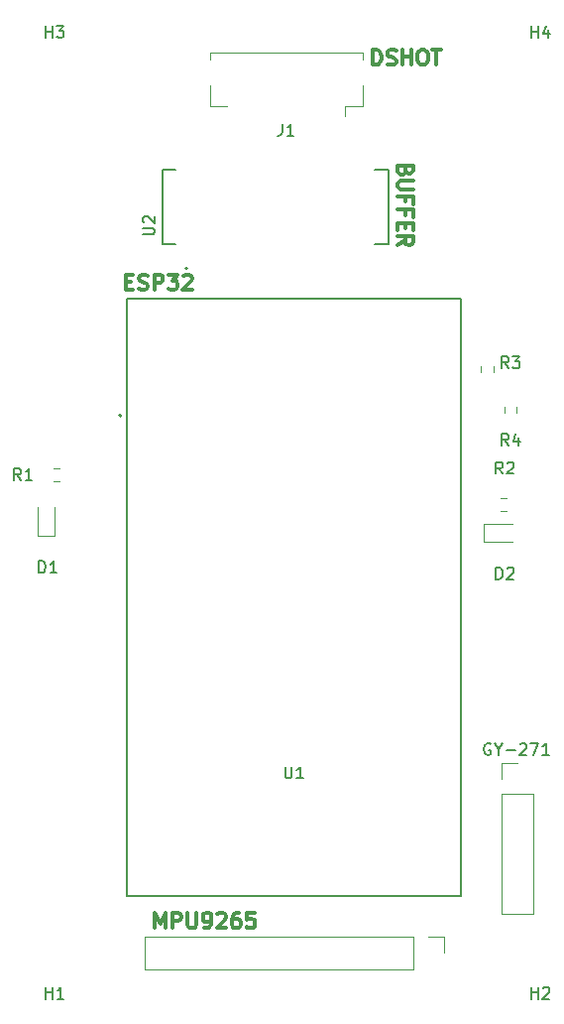
<source format=gto>
%TF.GenerationSoftware,KiCad,Pcbnew,9.0.5*%
%TF.CreationDate,2026-02-25T00:45:25+01:00*%
%TF.ProjectId,DronePCB,44726f6e-6550-4434-922e-6b696361645f,rev?*%
%TF.SameCoordinates,Original*%
%TF.FileFunction,Legend,Top*%
%TF.FilePolarity,Positive*%
%FSLAX46Y46*%
G04 Gerber Fmt 4.6, Leading zero omitted, Abs format (unit mm)*
G04 Created by KiCad (PCBNEW 9.0.5) date 2026-02-25 00:45:25*
%MOMM*%
%LPD*%
G01*
G04 APERTURE LIST*
%ADD10C,0.300000*%
%ADD11C,0.150000*%
%ADD12C,0.120000*%
%ADD13C,0.200000*%
%ADD14C,0.127000*%
G04 APERTURE END LIST*
D10*
X30606891Y-94775304D02*
X30606891Y-93475304D01*
X30606891Y-93475304D02*
X31040225Y-94403876D01*
X31040225Y-94403876D02*
X31473558Y-93475304D01*
X31473558Y-93475304D02*
X31473558Y-94775304D01*
X32092605Y-94775304D02*
X32092605Y-93475304D01*
X32092605Y-93475304D02*
X32587843Y-93475304D01*
X32587843Y-93475304D02*
X32711653Y-93537209D01*
X32711653Y-93537209D02*
X32773558Y-93599114D01*
X32773558Y-93599114D02*
X32835462Y-93722923D01*
X32835462Y-93722923D02*
X32835462Y-93908638D01*
X32835462Y-93908638D02*
X32773558Y-94032447D01*
X32773558Y-94032447D02*
X32711653Y-94094352D01*
X32711653Y-94094352D02*
X32587843Y-94156257D01*
X32587843Y-94156257D02*
X32092605Y-94156257D01*
X33392605Y-93475304D02*
X33392605Y-94527685D01*
X33392605Y-94527685D02*
X33454510Y-94651495D01*
X33454510Y-94651495D02*
X33516415Y-94713400D01*
X33516415Y-94713400D02*
X33640224Y-94775304D01*
X33640224Y-94775304D02*
X33887843Y-94775304D01*
X33887843Y-94775304D02*
X34011653Y-94713400D01*
X34011653Y-94713400D02*
X34073558Y-94651495D01*
X34073558Y-94651495D02*
X34135462Y-94527685D01*
X34135462Y-94527685D02*
X34135462Y-93475304D01*
X34816415Y-94775304D02*
X35064034Y-94775304D01*
X35064034Y-94775304D02*
X35187844Y-94713400D01*
X35187844Y-94713400D02*
X35249748Y-94651495D01*
X35249748Y-94651495D02*
X35373558Y-94465780D01*
X35373558Y-94465780D02*
X35435463Y-94218161D01*
X35435463Y-94218161D02*
X35435463Y-93722923D01*
X35435463Y-93722923D02*
X35373558Y-93599114D01*
X35373558Y-93599114D02*
X35311653Y-93537209D01*
X35311653Y-93537209D02*
X35187844Y-93475304D01*
X35187844Y-93475304D02*
X34940225Y-93475304D01*
X34940225Y-93475304D02*
X34816415Y-93537209D01*
X34816415Y-93537209D02*
X34754510Y-93599114D01*
X34754510Y-93599114D02*
X34692606Y-93722923D01*
X34692606Y-93722923D02*
X34692606Y-94032447D01*
X34692606Y-94032447D02*
X34754510Y-94156257D01*
X34754510Y-94156257D02*
X34816415Y-94218161D01*
X34816415Y-94218161D02*
X34940225Y-94280066D01*
X34940225Y-94280066D02*
X35187844Y-94280066D01*
X35187844Y-94280066D02*
X35311653Y-94218161D01*
X35311653Y-94218161D02*
X35373558Y-94156257D01*
X35373558Y-94156257D02*
X35435463Y-94032447D01*
X35930701Y-93599114D02*
X35992605Y-93537209D01*
X35992605Y-93537209D02*
X36116415Y-93475304D01*
X36116415Y-93475304D02*
X36425939Y-93475304D01*
X36425939Y-93475304D02*
X36549748Y-93537209D01*
X36549748Y-93537209D02*
X36611653Y-93599114D01*
X36611653Y-93599114D02*
X36673558Y-93722923D01*
X36673558Y-93722923D02*
X36673558Y-93846733D01*
X36673558Y-93846733D02*
X36611653Y-94032447D01*
X36611653Y-94032447D02*
X35868796Y-94775304D01*
X35868796Y-94775304D02*
X36673558Y-94775304D01*
X37787843Y-93475304D02*
X37540224Y-93475304D01*
X37540224Y-93475304D02*
X37416415Y-93537209D01*
X37416415Y-93537209D02*
X37354510Y-93599114D01*
X37354510Y-93599114D02*
X37230700Y-93784828D01*
X37230700Y-93784828D02*
X37168796Y-94032447D01*
X37168796Y-94032447D02*
X37168796Y-94527685D01*
X37168796Y-94527685D02*
X37230700Y-94651495D01*
X37230700Y-94651495D02*
X37292605Y-94713400D01*
X37292605Y-94713400D02*
X37416415Y-94775304D01*
X37416415Y-94775304D02*
X37664034Y-94775304D01*
X37664034Y-94775304D02*
X37787843Y-94713400D01*
X37787843Y-94713400D02*
X37849748Y-94651495D01*
X37849748Y-94651495D02*
X37911653Y-94527685D01*
X37911653Y-94527685D02*
X37911653Y-94218161D01*
X37911653Y-94218161D02*
X37849748Y-94094352D01*
X37849748Y-94094352D02*
X37787843Y-94032447D01*
X37787843Y-94032447D02*
X37664034Y-93970542D01*
X37664034Y-93970542D02*
X37416415Y-93970542D01*
X37416415Y-93970542D02*
X37292605Y-94032447D01*
X37292605Y-94032447D02*
X37230700Y-94094352D01*
X37230700Y-94094352D02*
X37168796Y-94218161D01*
X39087843Y-93475304D02*
X38468795Y-93475304D01*
X38468795Y-93475304D02*
X38406891Y-94094352D01*
X38406891Y-94094352D02*
X38468795Y-94032447D01*
X38468795Y-94032447D02*
X38592605Y-93970542D01*
X38592605Y-93970542D02*
X38902129Y-93970542D01*
X38902129Y-93970542D02*
X39025938Y-94032447D01*
X39025938Y-94032447D02*
X39087843Y-94094352D01*
X39087843Y-94094352D02*
X39149748Y-94218161D01*
X39149748Y-94218161D02*
X39149748Y-94527685D01*
X39149748Y-94527685D02*
X39087843Y-94651495D01*
X39087843Y-94651495D02*
X39025938Y-94713400D01*
X39025938Y-94713400D02*
X38902129Y-94775304D01*
X38902129Y-94775304D02*
X38592605Y-94775304D01*
X38592605Y-94775304D02*
X38468795Y-94713400D01*
X38468795Y-94713400D02*
X38406891Y-94651495D01*
X52028147Y-30140225D02*
X51966242Y-30325939D01*
X51966242Y-30325939D02*
X51904338Y-30387844D01*
X51904338Y-30387844D02*
X51780528Y-30449748D01*
X51780528Y-30449748D02*
X51594814Y-30449748D01*
X51594814Y-30449748D02*
X51471004Y-30387844D01*
X51471004Y-30387844D02*
X51409100Y-30325939D01*
X51409100Y-30325939D02*
X51347195Y-30202129D01*
X51347195Y-30202129D02*
X51347195Y-29706891D01*
X51347195Y-29706891D02*
X52647195Y-29706891D01*
X52647195Y-29706891D02*
X52647195Y-30140225D01*
X52647195Y-30140225D02*
X52585290Y-30264034D01*
X52585290Y-30264034D02*
X52523385Y-30325939D01*
X52523385Y-30325939D02*
X52399576Y-30387844D01*
X52399576Y-30387844D02*
X52275766Y-30387844D01*
X52275766Y-30387844D02*
X52151957Y-30325939D01*
X52151957Y-30325939D02*
X52090052Y-30264034D01*
X52090052Y-30264034D02*
X52028147Y-30140225D01*
X52028147Y-30140225D02*
X52028147Y-29706891D01*
X52647195Y-31006891D02*
X51594814Y-31006891D01*
X51594814Y-31006891D02*
X51471004Y-31068796D01*
X51471004Y-31068796D02*
X51409100Y-31130701D01*
X51409100Y-31130701D02*
X51347195Y-31254510D01*
X51347195Y-31254510D02*
X51347195Y-31502129D01*
X51347195Y-31502129D02*
X51409100Y-31625939D01*
X51409100Y-31625939D02*
X51471004Y-31687844D01*
X51471004Y-31687844D02*
X51594814Y-31749748D01*
X51594814Y-31749748D02*
X52647195Y-31749748D01*
X52028147Y-32802130D02*
X52028147Y-32368796D01*
X51347195Y-32368796D02*
X52647195Y-32368796D01*
X52647195Y-32368796D02*
X52647195Y-32987844D01*
X52028147Y-33916416D02*
X52028147Y-33483082D01*
X51347195Y-33483082D02*
X52647195Y-33483082D01*
X52647195Y-33483082D02*
X52647195Y-34102130D01*
X52028147Y-34597368D02*
X52028147Y-35030702D01*
X51347195Y-35216416D02*
X51347195Y-34597368D01*
X51347195Y-34597368D02*
X52647195Y-34597368D01*
X52647195Y-34597368D02*
X52647195Y-35216416D01*
X51347195Y-36516415D02*
X51966242Y-36083082D01*
X51347195Y-35773558D02*
X52647195Y-35773558D01*
X52647195Y-35773558D02*
X52647195Y-36268796D01*
X52647195Y-36268796D02*
X52585290Y-36392606D01*
X52585290Y-36392606D02*
X52523385Y-36454511D01*
X52523385Y-36454511D02*
X52399576Y-36516415D01*
X52399576Y-36516415D02*
X52213861Y-36516415D01*
X52213861Y-36516415D02*
X52090052Y-36454511D01*
X52090052Y-36454511D02*
X52028147Y-36392606D01*
X52028147Y-36392606D02*
X51966242Y-36268796D01*
X51966242Y-36268796D02*
X51966242Y-35773558D01*
X49206891Y-21125304D02*
X49206891Y-19825304D01*
X49206891Y-19825304D02*
X49516415Y-19825304D01*
X49516415Y-19825304D02*
X49702129Y-19887209D01*
X49702129Y-19887209D02*
X49825939Y-20011019D01*
X49825939Y-20011019D02*
X49887844Y-20134828D01*
X49887844Y-20134828D02*
X49949748Y-20382447D01*
X49949748Y-20382447D02*
X49949748Y-20568161D01*
X49949748Y-20568161D02*
X49887844Y-20815780D01*
X49887844Y-20815780D02*
X49825939Y-20939590D01*
X49825939Y-20939590D02*
X49702129Y-21063400D01*
X49702129Y-21063400D02*
X49516415Y-21125304D01*
X49516415Y-21125304D02*
X49206891Y-21125304D01*
X50444987Y-21063400D02*
X50630701Y-21125304D01*
X50630701Y-21125304D02*
X50940225Y-21125304D01*
X50940225Y-21125304D02*
X51064034Y-21063400D01*
X51064034Y-21063400D02*
X51125939Y-21001495D01*
X51125939Y-21001495D02*
X51187844Y-20877685D01*
X51187844Y-20877685D02*
X51187844Y-20753876D01*
X51187844Y-20753876D02*
X51125939Y-20630066D01*
X51125939Y-20630066D02*
X51064034Y-20568161D01*
X51064034Y-20568161D02*
X50940225Y-20506257D01*
X50940225Y-20506257D02*
X50692606Y-20444352D01*
X50692606Y-20444352D02*
X50568796Y-20382447D01*
X50568796Y-20382447D02*
X50506891Y-20320542D01*
X50506891Y-20320542D02*
X50444987Y-20196733D01*
X50444987Y-20196733D02*
X50444987Y-20072923D01*
X50444987Y-20072923D02*
X50506891Y-19949114D01*
X50506891Y-19949114D02*
X50568796Y-19887209D01*
X50568796Y-19887209D02*
X50692606Y-19825304D01*
X50692606Y-19825304D02*
X51002129Y-19825304D01*
X51002129Y-19825304D02*
X51187844Y-19887209D01*
X51744986Y-21125304D02*
X51744986Y-19825304D01*
X51744986Y-20444352D02*
X52487843Y-20444352D01*
X52487843Y-21125304D02*
X52487843Y-19825304D01*
X53354510Y-19825304D02*
X53602129Y-19825304D01*
X53602129Y-19825304D02*
X53725939Y-19887209D01*
X53725939Y-19887209D02*
X53849748Y-20011019D01*
X53849748Y-20011019D02*
X53911653Y-20258638D01*
X53911653Y-20258638D02*
X53911653Y-20691971D01*
X53911653Y-20691971D02*
X53849748Y-20939590D01*
X53849748Y-20939590D02*
X53725939Y-21063400D01*
X53725939Y-21063400D02*
X53602129Y-21125304D01*
X53602129Y-21125304D02*
X53354510Y-21125304D01*
X53354510Y-21125304D02*
X53230701Y-21063400D01*
X53230701Y-21063400D02*
X53106891Y-20939590D01*
X53106891Y-20939590D02*
X53044987Y-20691971D01*
X53044987Y-20691971D02*
X53044987Y-20258638D01*
X53044987Y-20258638D02*
X53106891Y-20011019D01*
X53106891Y-20011019D02*
X53230701Y-19887209D01*
X53230701Y-19887209D02*
X53354510Y-19825304D01*
X54283082Y-19825304D02*
X55025939Y-19825304D01*
X54654511Y-21125304D02*
X54654511Y-19825304D01*
X28129391Y-39644352D02*
X28562725Y-39644352D01*
X28748439Y-40325304D02*
X28129391Y-40325304D01*
X28129391Y-40325304D02*
X28129391Y-39025304D01*
X28129391Y-39025304D02*
X28748439Y-39025304D01*
X29243677Y-40263400D02*
X29429391Y-40325304D01*
X29429391Y-40325304D02*
X29738915Y-40325304D01*
X29738915Y-40325304D02*
X29862724Y-40263400D01*
X29862724Y-40263400D02*
X29924629Y-40201495D01*
X29924629Y-40201495D02*
X29986534Y-40077685D01*
X29986534Y-40077685D02*
X29986534Y-39953876D01*
X29986534Y-39953876D02*
X29924629Y-39830066D01*
X29924629Y-39830066D02*
X29862724Y-39768161D01*
X29862724Y-39768161D02*
X29738915Y-39706257D01*
X29738915Y-39706257D02*
X29491296Y-39644352D01*
X29491296Y-39644352D02*
X29367486Y-39582447D01*
X29367486Y-39582447D02*
X29305581Y-39520542D01*
X29305581Y-39520542D02*
X29243677Y-39396733D01*
X29243677Y-39396733D02*
X29243677Y-39272923D01*
X29243677Y-39272923D02*
X29305581Y-39149114D01*
X29305581Y-39149114D02*
X29367486Y-39087209D01*
X29367486Y-39087209D02*
X29491296Y-39025304D01*
X29491296Y-39025304D02*
X29800819Y-39025304D01*
X29800819Y-39025304D02*
X29986534Y-39087209D01*
X30543676Y-40325304D02*
X30543676Y-39025304D01*
X30543676Y-39025304D02*
X31038914Y-39025304D01*
X31038914Y-39025304D02*
X31162724Y-39087209D01*
X31162724Y-39087209D02*
X31224629Y-39149114D01*
X31224629Y-39149114D02*
X31286533Y-39272923D01*
X31286533Y-39272923D02*
X31286533Y-39458638D01*
X31286533Y-39458638D02*
X31224629Y-39582447D01*
X31224629Y-39582447D02*
X31162724Y-39644352D01*
X31162724Y-39644352D02*
X31038914Y-39706257D01*
X31038914Y-39706257D02*
X30543676Y-39706257D01*
X31719867Y-39025304D02*
X32524629Y-39025304D01*
X32524629Y-39025304D02*
X32091295Y-39520542D01*
X32091295Y-39520542D02*
X32277010Y-39520542D01*
X32277010Y-39520542D02*
X32400819Y-39582447D01*
X32400819Y-39582447D02*
X32462724Y-39644352D01*
X32462724Y-39644352D02*
X32524629Y-39768161D01*
X32524629Y-39768161D02*
X32524629Y-40077685D01*
X32524629Y-40077685D02*
X32462724Y-40201495D01*
X32462724Y-40201495D02*
X32400819Y-40263400D01*
X32400819Y-40263400D02*
X32277010Y-40325304D01*
X32277010Y-40325304D02*
X31905581Y-40325304D01*
X31905581Y-40325304D02*
X31781772Y-40263400D01*
X31781772Y-40263400D02*
X31719867Y-40201495D01*
X33019867Y-39149114D02*
X33081771Y-39087209D01*
X33081771Y-39087209D02*
X33205581Y-39025304D01*
X33205581Y-39025304D02*
X33515105Y-39025304D01*
X33515105Y-39025304D02*
X33638914Y-39087209D01*
X33638914Y-39087209D02*
X33700819Y-39149114D01*
X33700819Y-39149114D02*
X33762724Y-39272923D01*
X33762724Y-39272923D02*
X33762724Y-39396733D01*
X33762724Y-39396733D02*
X33700819Y-39582447D01*
X33700819Y-39582447D02*
X32957962Y-40325304D01*
X32957962Y-40325304D02*
X33762724Y-40325304D01*
D11*
X41466666Y-26154819D02*
X41466666Y-26869104D01*
X41466666Y-26869104D02*
X41419047Y-27011961D01*
X41419047Y-27011961D02*
X41323809Y-27107200D01*
X41323809Y-27107200D02*
X41180952Y-27154819D01*
X41180952Y-27154819D02*
X41085714Y-27154819D01*
X42466666Y-27154819D02*
X41895238Y-27154819D01*
X42180952Y-27154819D02*
X42180952Y-26154819D01*
X42180952Y-26154819D02*
X42085714Y-26297676D01*
X42085714Y-26297676D02*
X41990476Y-26392914D01*
X41990476Y-26392914D02*
X41895238Y-26440533D01*
X29552319Y-35586904D02*
X30361842Y-35586904D01*
X30361842Y-35586904D02*
X30457080Y-35539285D01*
X30457080Y-35539285D02*
X30504700Y-35491666D01*
X30504700Y-35491666D02*
X30552319Y-35396428D01*
X30552319Y-35396428D02*
X30552319Y-35205952D01*
X30552319Y-35205952D02*
X30504700Y-35110714D01*
X30504700Y-35110714D02*
X30457080Y-35063095D01*
X30457080Y-35063095D02*
X30361842Y-35015476D01*
X30361842Y-35015476D02*
X29552319Y-35015476D01*
X29647557Y-34586904D02*
X29599938Y-34539285D01*
X29599938Y-34539285D02*
X29552319Y-34444047D01*
X29552319Y-34444047D02*
X29552319Y-34205952D01*
X29552319Y-34205952D02*
X29599938Y-34110714D01*
X29599938Y-34110714D02*
X29647557Y-34063095D01*
X29647557Y-34063095D02*
X29742795Y-34015476D01*
X29742795Y-34015476D02*
X29838033Y-34015476D01*
X29838033Y-34015476D02*
X29980890Y-34063095D01*
X29980890Y-34063095D02*
X30552319Y-34634523D01*
X30552319Y-34634523D02*
X30552319Y-34015476D01*
X60805833Y-53592319D02*
X60472500Y-53116128D01*
X60234405Y-53592319D02*
X60234405Y-52592319D01*
X60234405Y-52592319D02*
X60615357Y-52592319D01*
X60615357Y-52592319D02*
X60710595Y-52639938D01*
X60710595Y-52639938D02*
X60758214Y-52687557D01*
X60758214Y-52687557D02*
X60805833Y-52782795D01*
X60805833Y-52782795D02*
X60805833Y-52925652D01*
X60805833Y-52925652D02*
X60758214Y-53020890D01*
X60758214Y-53020890D02*
X60710595Y-53068509D01*
X60710595Y-53068509D02*
X60615357Y-53116128D01*
X60615357Y-53116128D02*
X60234405Y-53116128D01*
X61662976Y-52925652D02*
X61662976Y-53592319D01*
X61424881Y-52544700D02*
X61186786Y-53258985D01*
X61186786Y-53258985D02*
X61805833Y-53258985D01*
X60805833Y-47004819D02*
X60472500Y-46528628D01*
X60234405Y-47004819D02*
X60234405Y-46004819D01*
X60234405Y-46004819D02*
X60615357Y-46004819D01*
X60615357Y-46004819D02*
X60710595Y-46052438D01*
X60710595Y-46052438D02*
X60758214Y-46100057D01*
X60758214Y-46100057D02*
X60805833Y-46195295D01*
X60805833Y-46195295D02*
X60805833Y-46338152D01*
X60805833Y-46338152D02*
X60758214Y-46433390D01*
X60758214Y-46433390D02*
X60710595Y-46481009D01*
X60710595Y-46481009D02*
X60615357Y-46528628D01*
X60615357Y-46528628D02*
X60234405Y-46528628D01*
X61139167Y-46004819D02*
X61758214Y-46004819D01*
X61758214Y-46004819D02*
X61424881Y-46385771D01*
X61424881Y-46385771D02*
X61567738Y-46385771D01*
X61567738Y-46385771D02*
X61662976Y-46433390D01*
X61662976Y-46433390D02*
X61710595Y-46481009D01*
X61710595Y-46481009D02*
X61758214Y-46576247D01*
X61758214Y-46576247D02*
X61758214Y-46814342D01*
X61758214Y-46814342D02*
X61710595Y-46909580D01*
X61710595Y-46909580D02*
X61662976Y-46957200D01*
X61662976Y-46957200D02*
X61567738Y-47004819D01*
X61567738Y-47004819D02*
X61282024Y-47004819D01*
X61282024Y-47004819D02*
X61186786Y-46957200D01*
X61186786Y-46957200D02*
X61139167Y-46909580D01*
X41710595Y-81004819D02*
X41710595Y-81814342D01*
X41710595Y-81814342D02*
X41758214Y-81909580D01*
X41758214Y-81909580D02*
X41805833Y-81957200D01*
X41805833Y-81957200D02*
X41901071Y-82004819D01*
X41901071Y-82004819D02*
X42091547Y-82004819D01*
X42091547Y-82004819D02*
X42186785Y-81957200D01*
X42186785Y-81957200D02*
X42234404Y-81909580D01*
X42234404Y-81909580D02*
X42282023Y-81814342D01*
X42282023Y-81814342D02*
X42282023Y-81004819D01*
X43282023Y-82004819D02*
X42710595Y-82004819D01*
X42996309Y-82004819D02*
X42996309Y-81004819D01*
X42996309Y-81004819D02*
X42901071Y-81147676D01*
X42901071Y-81147676D02*
X42805833Y-81242914D01*
X42805833Y-81242914D02*
X42710595Y-81290533D01*
X59734405Y-65004819D02*
X59734405Y-64004819D01*
X59734405Y-64004819D02*
X59972500Y-64004819D01*
X59972500Y-64004819D02*
X60115357Y-64052438D01*
X60115357Y-64052438D02*
X60210595Y-64147676D01*
X60210595Y-64147676D02*
X60258214Y-64242914D01*
X60258214Y-64242914D02*
X60305833Y-64433390D01*
X60305833Y-64433390D02*
X60305833Y-64576247D01*
X60305833Y-64576247D02*
X60258214Y-64766723D01*
X60258214Y-64766723D02*
X60210595Y-64861961D01*
X60210595Y-64861961D02*
X60115357Y-64957200D01*
X60115357Y-64957200D02*
X59972500Y-65004819D01*
X59972500Y-65004819D02*
X59734405Y-65004819D01*
X60686786Y-64100057D02*
X60734405Y-64052438D01*
X60734405Y-64052438D02*
X60829643Y-64004819D01*
X60829643Y-64004819D02*
X61067738Y-64004819D01*
X61067738Y-64004819D02*
X61162976Y-64052438D01*
X61162976Y-64052438D02*
X61210595Y-64100057D01*
X61210595Y-64100057D02*
X61258214Y-64195295D01*
X61258214Y-64195295D02*
X61258214Y-64290533D01*
X61258214Y-64290533D02*
X61210595Y-64433390D01*
X61210595Y-64433390D02*
X60639167Y-65004819D01*
X60639167Y-65004819D02*
X61258214Y-65004819D01*
X59258214Y-79052438D02*
X59162976Y-79004819D01*
X59162976Y-79004819D02*
X59020119Y-79004819D01*
X59020119Y-79004819D02*
X58877262Y-79052438D01*
X58877262Y-79052438D02*
X58782024Y-79147676D01*
X58782024Y-79147676D02*
X58734405Y-79242914D01*
X58734405Y-79242914D02*
X58686786Y-79433390D01*
X58686786Y-79433390D02*
X58686786Y-79576247D01*
X58686786Y-79576247D02*
X58734405Y-79766723D01*
X58734405Y-79766723D02*
X58782024Y-79861961D01*
X58782024Y-79861961D02*
X58877262Y-79957200D01*
X58877262Y-79957200D02*
X59020119Y-80004819D01*
X59020119Y-80004819D02*
X59115357Y-80004819D01*
X59115357Y-80004819D02*
X59258214Y-79957200D01*
X59258214Y-79957200D02*
X59305833Y-79909580D01*
X59305833Y-79909580D02*
X59305833Y-79576247D01*
X59305833Y-79576247D02*
X59115357Y-79576247D01*
X59924881Y-79528628D02*
X59924881Y-80004819D01*
X59591548Y-79004819D02*
X59924881Y-79528628D01*
X59924881Y-79528628D02*
X60258214Y-79004819D01*
X60591548Y-79623866D02*
X61353453Y-79623866D01*
X61782024Y-79100057D02*
X61829643Y-79052438D01*
X61829643Y-79052438D02*
X61924881Y-79004819D01*
X61924881Y-79004819D02*
X62162976Y-79004819D01*
X62162976Y-79004819D02*
X62258214Y-79052438D01*
X62258214Y-79052438D02*
X62305833Y-79100057D01*
X62305833Y-79100057D02*
X62353452Y-79195295D01*
X62353452Y-79195295D02*
X62353452Y-79290533D01*
X62353452Y-79290533D02*
X62305833Y-79433390D01*
X62305833Y-79433390D02*
X61734405Y-80004819D01*
X61734405Y-80004819D02*
X62353452Y-80004819D01*
X62686786Y-79004819D02*
X63353452Y-79004819D01*
X63353452Y-79004819D02*
X62924881Y-80004819D01*
X64258214Y-80004819D02*
X63686786Y-80004819D01*
X63972500Y-80004819D02*
X63972500Y-79004819D01*
X63972500Y-79004819D02*
X63877262Y-79147676D01*
X63877262Y-79147676D02*
X63782024Y-79242914D01*
X63782024Y-79242914D02*
X63686786Y-79290533D01*
X60305833Y-56004819D02*
X59972500Y-55528628D01*
X59734405Y-56004819D02*
X59734405Y-55004819D01*
X59734405Y-55004819D02*
X60115357Y-55004819D01*
X60115357Y-55004819D02*
X60210595Y-55052438D01*
X60210595Y-55052438D02*
X60258214Y-55100057D01*
X60258214Y-55100057D02*
X60305833Y-55195295D01*
X60305833Y-55195295D02*
X60305833Y-55338152D01*
X60305833Y-55338152D02*
X60258214Y-55433390D01*
X60258214Y-55433390D02*
X60210595Y-55481009D01*
X60210595Y-55481009D02*
X60115357Y-55528628D01*
X60115357Y-55528628D02*
X59734405Y-55528628D01*
X60686786Y-55100057D02*
X60734405Y-55052438D01*
X60734405Y-55052438D02*
X60829643Y-55004819D01*
X60829643Y-55004819D02*
X61067738Y-55004819D01*
X61067738Y-55004819D02*
X61162976Y-55052438D01*
X61162976Y-55052438D02*
X61210595Y-55100057D01*
X61210595Y-55100057D02*
X61258214Y-55195295D01*
X61258214Y-55195295D02*
X61258214Y-55290533D01*
X61258214Y-55290533D02*
X61210595Y-55433390D01*
X61210595Y-55433390D02*
X60639167Y-56004819D01*
X60639167Y-56004819D02*
X61258214Y-56004819D01*
X21238095Y-100804819D02*
X21238095Y-99804819D01*
X21238095Y-100281009D02*
X21809523Y-100281009D01*
X21809523Y-100804819D02*
X21809523Y-99804819D01*
X22809523Y-100804819D02*
X22238095Y-100804819D01*
X22523809Y-100804819D02*
X22523809Y-99804819D01*
X22523809Y-99804819D02*
X22428571Y-99947676D01*
X22428571Y-99947676D02*
X22333333Y-100042914D01*
X22333333Y-100042914D02*
X22238095Y-100090533D01*
X62738095Y-100804819D02*
X62738095Y-99804819D01*
X62738095Y-100281009D02*
X63309523Y-100281009D01*
X63309523Y-100804819D02*
X63309523Y-99804819D01*
X63738095Y-99900057D02*
X63785714Y-99852438D01*
X63785714Y-99852438D02*
X63880952Y-99804819D01*
X63880952Y-99804819D02*
X64119047Y-99804819D01*
X64119047Y-99804819D02*
X64214285Y-99852438D01*
X64214285Y-99852438D02*
X64261904Y-99900057D01*
X64261904Y-99900057D02*
X64309523Y-99995295D01*
X64309523Y-99995295D02*
X64309523Y-100090533D01*
X64309523Y-100090533D02*
X64261904Y-100233390D01*
X64261904Y-100233390D02*
X63690476Y-100804819D01*
X63690476Y-100804819D02*
X64309523Y-100804819D01*
X20686905Y-64454819D02*
X20686905Y-63454819D01*
X20686905Y-63454819D02*
X20925000Y-63454819D01*
X20925000Y-63454819D02*
X21067857Y-63502438D01*
X21067857Y-63502438D02*
X21163095Y-63597676D01*
X21163095Y-63597676D02*
X21210714Y-63692914D01*
X21210714Y-63692914D02*
X21258333Y-63883390D01*
X21258333Y-63883390D02*
X21258333Y-64026247D01*
X21258333Y-64026247D02*
X21210714Y-64216723D01*
X21210714Y-64216723D02*
X21163095Y-64311961D01*
X21163095Y-64311961D02*
X21067857Y-64407200D01*
X21067857Y-64407200D02*
X20925000Y-64454819D01*
X20925000Y-64454819D02*
X20686905Y-64454819D01*
X22210714Y-64454819D02*
X21639286Y-64454819D01*
X21925000Y-64454819D02*
X21925000Y-63454819D01*
X21925000Y-63454819D02*
X21829762Y-63597676D01*
X21829762Y-63597676D02*
X21734524Y-63692914D01*
X21734524Y-63692914D02*
X21639286Y-63740533D01*
X21238095Y-18804819D02*
X21238095Y-17804819D01*
X21238095Y-18281009D02*
X21809523Y-18281009D01*
X21809523Y-18804819D02*
X21809523Y-17804819D01*
X22190476Y-17804819D02*
X22809523Y-17804819D01*
X22809523Y-17804819D02*
X22476190Y-18185771D01*
X22476190Y-18185771D02*
X22619047Y-18185771D01*
X22619047Y-18185771D02*
X22714285Y-18233390D01*
X22714285Y-18233390D02*
X22761904Y-18281009D01*
X22761904Y-18281009D02*
X22809523Y-18376247D01*
X22809523Y-18376247D02*
X22809523Y-18614342D01*
X22809523Y-18614342D02*
X22761904Y-18709580D01*
X22761904Y-18709580D02*
X22714285Y-18757200D01*
X22714285Y-18757200D02*
X22619047Y-18804819D01*
X22619047Y-18804819D02*
X22333333Y-18804819D01*
X22333333Y-18804819D02*
X22238095Y-18757200D01*
X22238095Y-18757200D02*
X22190476Y-18709580D01*
X19158333Y-56554819D02*
X18825000Y-56078628D01*
X18586905Y-56554819D02*
X18586905Y-55554819D01*
X18586905Y-55554819D02*
X18967857Y-55554819D01*
X18967857Y-55554819D02*
X19063095Y-55602438D01*
X19063095Y-55602438D02*
X19110714Y-55650057D01*
X19110714Y-55650057D02*
X19158333Y-55745295D01*
X19158333Y-55745295D02*
X19158333Y-55888152D01*
X19158333Y-55888152D02*
X19110714Y-55983390D01*
X19110714Y-55983390D02*
X19063095Y-56031009D01*
X19063095Y-56031009D02*
X18967857Y-56078628D01*
X18967857Y-56078628D02*
X18586905Y-56078628D01*
X20110714Y-56554819D02*
X19539286Y-56554819D01*
X19825000Y-56554819D02*
X19825000Y-55554819D01*
X19825000Y-55554819D02*
X19729762Y-55697676D01*
X19729762Y-55697676D02*
X19634524Y-55792914D01*
X19634524Y-55792914D02*
X19539286Y-55840533D01*
X62738095Y-18804819D02*
X62738095Y-17804819D01*
X62738095Y-18281009D02*
X63309523Y-18281009D01*
X63309523Y-18804819D02*
X63309523Y-17804819D01*
X64214285Y-18138152D02*
X64214285Y-18804819D01*
X63976190Y-17757200D02*
X63738095Y-18471485D01*
X63738095Y-18471485D02*
X64357142Y-18471485D01*
D12*
%TO.C,J1*%
X35290000Y-20090000D02*
X35290000Y-20640000D01*
X35290000Y-22860000D02*
X35290000Y-24610000D01*
X35290000Y-24610000D02*
X36740000Y-24610000D01*
X46860000Y-24610000D02*
X46860000Y-25500000D01*
X48310000Y-20090000D02*
X35290000Y-20090000D01*
X48310000Y-20640000D02*
X48310000Y-20090000D01*
X48310000Y-22860000D02*
X48310000Y-24610000D01*
X48310000Y-24610000D02*
X46860000Y-24610000D01*
%TO.C,MPU9265*%
X55320000Y-95520000D02*
X55320000Y-96900000D01*
X53940000Y-95520000D02*
X55320000Y-95520000D01*
X52670000Y-98280000D02*
X29700000Y-98280000D01*
X52670000Y-95520000D02*
X52670000Y-98280000D01*
X52670000Y-95520000D02*
X29700000Y-95520000D01*
X29700000Y-95520000D02*
X29700000Y-98280000D01*
D13*
%TO.C,U2*%
X33372500Y-38500000D02*
G75*
G02*
X33172500Y-38500000I-100000J0D01*
G01*
X33172500Y-38500000D02*
G75*
G02*
X33372500Y-38500000I100000J0D01*
G01*
D14*
X50525000Y-36375000D02*
X50525000Y-30025000D01*
X50525000Y-30025000D02*
X49372500Y-30025000D01*
X49372500Y-36375000D02*
X50525000Y-36375000D01*
X32372500Y-36375000D02*
X31220000Y-36375000D01*
X31220000Y-36375000D02*
X31220000Y-30025000D01*
X31220000Y-30025000D02*
X32372500Y-30025000D01*
D12*
%TO.C,R4*%
X60450000Y-50804724D02*
X60450000Y-50295276D01*
X61495000Y-50804724D02*
X61495000Y-50295276D01*
%TO.C,R3*%
X58450000Y-47304724D02*
X58450000Y-46795276D01*
X59495000Y-47304724D02*
X59495000Y-46795276D01*
D14*
%TO.C,U1*%
X28192500Y-41075000D02*
X39261500Y-41075000D01*
X28192500Y-41075000D02*
X56702500Y-41075000D01*
X28192500Y-92025000D02*
X28192500Y-41075000D01*
X28192500Y-92025000D02*
X28192500Y-41075000D01*
X28192500Y-92025000D02*
X33562500Y-92025000D01*
X33562500Y-92025000D02*
X51252500Y-92025000D01*
X39261500Y-41075000D02*
X45972500Y-41075000D01*
X45972500Y-41075000D02*
X56702500Y-41075000D01*
X51252500Y-92025000D02*
X56702500Y-92025000D01*
X56702500Y-41075000D02*
X56702500Y-92025000D01*
X56702500Y-41075000D02*
X56702500Y-92025000D01*
X56702500Y-92025000D02*
X28192500Y-92025000D01*
D13*
X27722500Y-51035000D02*
G75*
G02*
X27522500Y-51035000I-100000J0D01*
G01*
X27522500Y-51035000D02*
G75*
G02*
X27722500Y-51035000I100000J0D01*
G01*
D12*
%TO.C,D2*%
X58712500Y-60315000D02*
X58712500Y-61785000D01*
X58712500Y-61785000D02*
X61172500Y-61785000D01*
X61172500Y-60315000D02*
X58712500Y-60315000D01*
%TO.C,GY-271*%
X60192500Y-80670000D02*
X61572500Y-80670000D01*
X60192500Y-82050000D02*
X60192500Y-80670000D01*
X60192500Y-83320000D02*
X60192500Y-93590000D01*
X60192500Y-83320000D02*
X62952500Y-83320000D01*
X60192500Y-93590000D02*
X62952500Y-93590000D01*
X62952500Y-83320000D02*
X62952500Y-93590000D01*
%TO.C,R2*%
X60105276Y-58127500D02*
X60614724Y-58127500D01*
X60105276Y-59172500D02*
X60614724Y-59172500D01*
%TO.C,D1*%
X20590000Y-58875000D02*
X20590000Y-61335000D01*
X20590000Y-61335000D02*
X22060000Y-61335000D01*
X22060000Y-61335000D02*
X22060000Y-58875000D01*
%TO.C,R1*%
X22467224Y-55577500D02*
X21957776Y-55577500D01*
X22467224Y-56622500D02*
X21957776Y-56622500D01*
%TD*%
M02*

</source>
